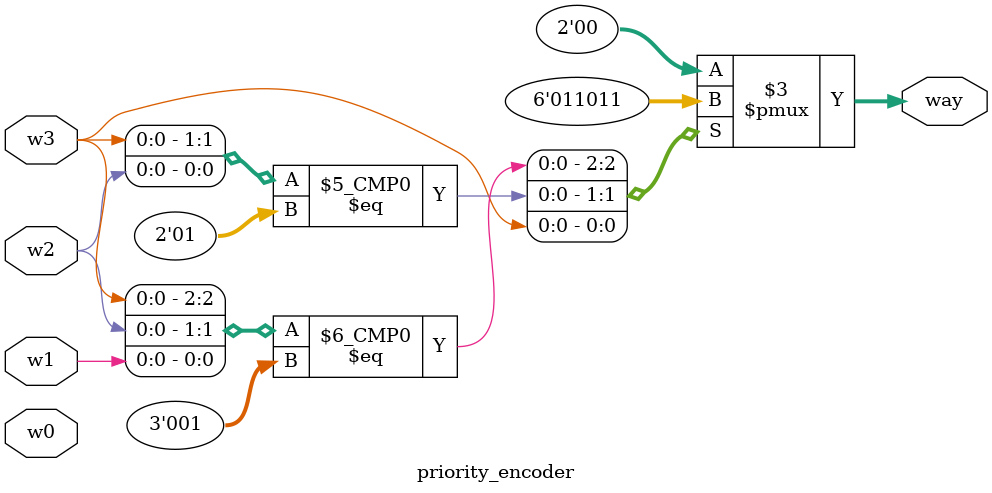
<source format=v>

`timescale 1ns/1ns

module priority_encoder
(
    input w3, w2, w1, w0,
    output reg [1:0] way
);

    always @(*) begin
        casex({w3, w2, w1, w0})
            4'b0001: way = 2'b00;
            4'b001x: way = 2'b01;
            4'b01xx: way = 2'b10;
            4'b1xxx: way = 2'b11;
            default: way = 2'b00;
        endcase
    end
    
endmodule

</source>
